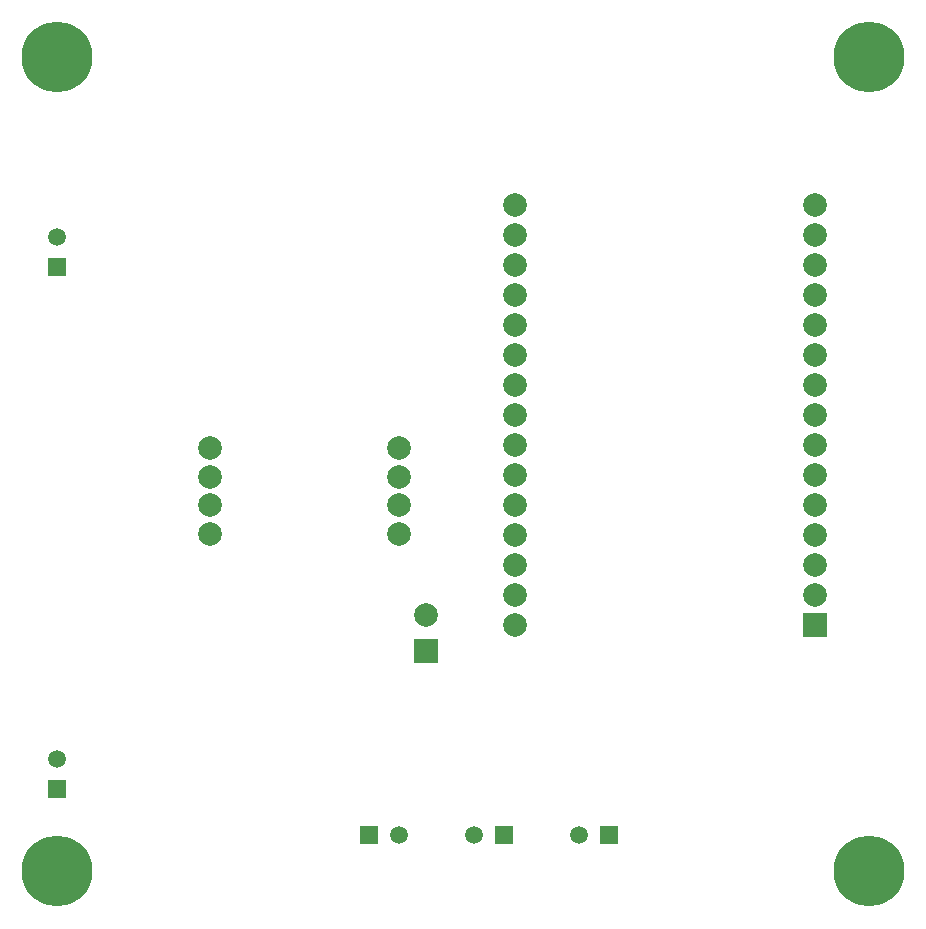
<source format=gtl>
%FSDAX23Y23*%
%MOIN*%
%SFA1B1*%

%IPPOS*%
%ADD10C,0.236220*%
%ADD11C,0.059060*%
%ADD12R,0.059060X0.059060*%
%ADD13R,0.059060X0.059060*%
%ADD14C,0.078740*%
%ADD15R,0.078740X0.078740*%
%ADD16R,0.078740X0.078740*%
%LNpcb1-1*%
%LPD*%
G54D10*
X02345Y04440D03*
X05050Y01725D03*
X02345D03*
X05050Y04440D03*
G54D11*
X02345Y02100D03*
Y03840D03*
X03735Y01845D03*
X03485D03*
X04085D03*
G54D12*
X02345Y02000D03*
Y03740D03*
G54D13*
X03835Y01845D03*
X03385D03*
X04185D03*
G54D14*
X04870Y02645D03*
Y02745D03*
Y02845D03*
Y02945D03*
Y03045D03*
Y03145D03*
Y03245D03*
Y03345D03*
Y03445D03*
Y03545D03*
Y03645D03*
Y03745D03*
Y03845D03*
Y03945D03*
X03870D03*
Y03845D03*
Y03745D03*
Y03645D03*
Y03545D03*
Y03445D03*
Y03345D03*
Y03245D03*
Y03145D03*
Y03045D03*
Y02945D03*
Y02845D03*
Y02745D03*
Y02645D03*
Y02545D03*
X02855Y03135D03*
Y03040D03*
Y02945D03*
Y02850D03*
X03575Y02580D03*
X03485Y03135D03*
Y03040D03*
Y02945D03*
Y02850D03*
G54D15*
X04870Y02545D03*
G54D16*
X03575Y02460D03*
M02*
</source>
